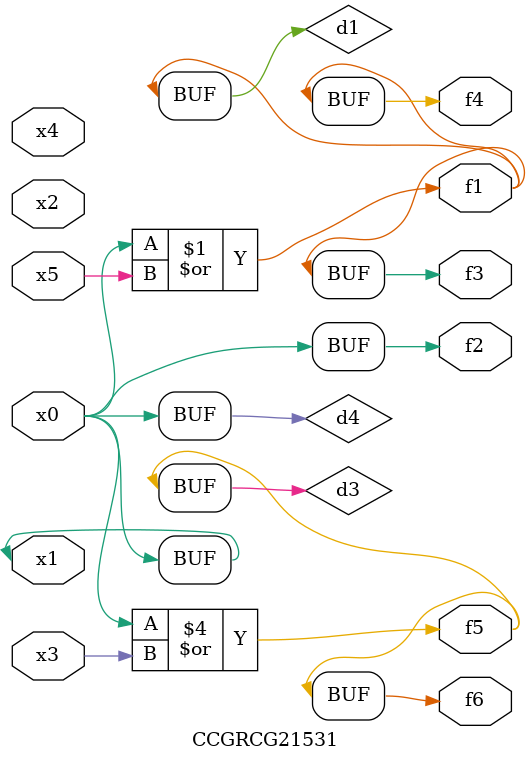
<source format=v>
module CCGRCG21531(
	input x0, x1, x2, x3, x4, x5,
	output f1, f2, f3, f4, f5, f6
);

	wire d1, d2, d3, d4;

	or (d1, x0, x5);
	xnor (d2, x1, x4);
	or (d3, x0, x3);
	buf (d4, x0, x1);
	assign f1 = d1;
	assign f2 = d4;
	assign f3 = d1;
	assign f4 = d1;
	assign f5 = d3;
	assign f6 = d3;
endmodule

</source>
